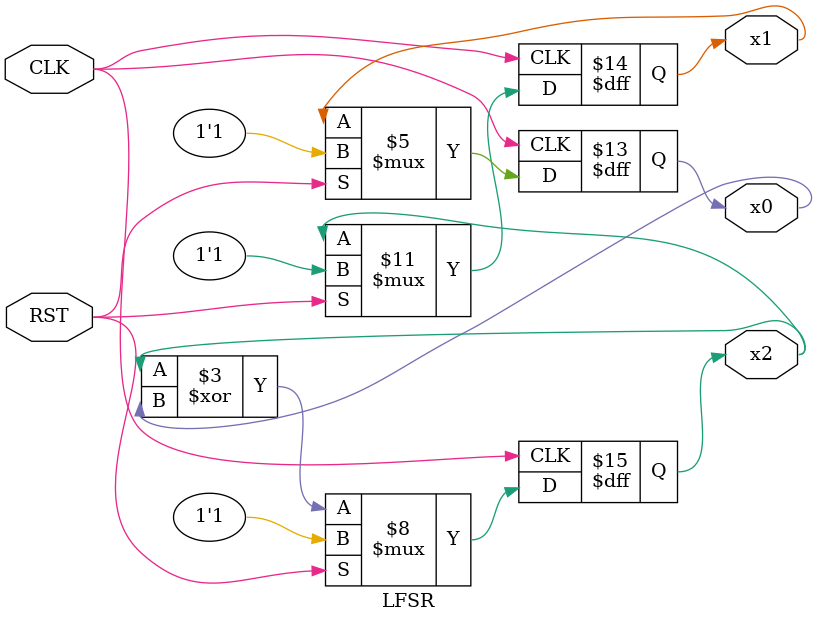
<source format=v>
`timescale 1ns / 1ps

module LFSR(CLK,RST,x0,x1,x2);
input CLK,RST;

output reg x0,x1,x2;

//Fibonacci  polinomio 1+x^2+x^3
always @(posedge CLK)
begin
    if (RST == 0)
    begin
        x1 <= x2;
        x2 <= (x2 ^ x0);  
        x0 <= x1;
    end 
    else
    begin
        x0 <= 1;
        x1 <= 1;
        x2 <= 1;
    end
end
endmodule

</source>
